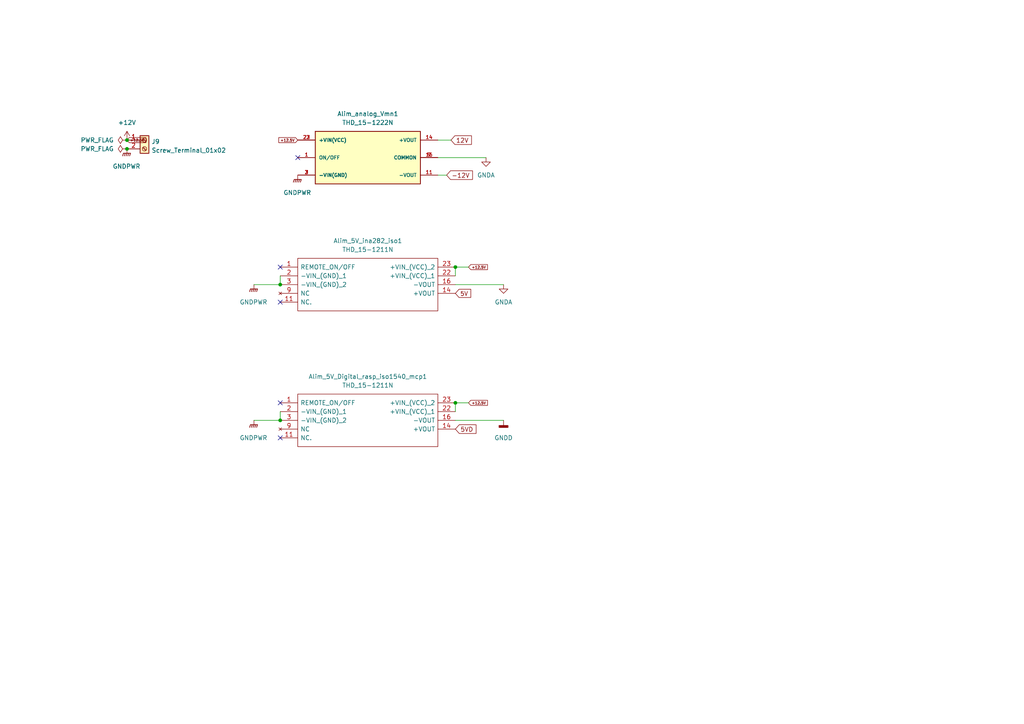
<source format=kicad_sch>
(kicad_sch (version 20211123) (generator eeschema)
  (paper "A4")
  (lib_symbols
    (symbol "Connector:Screw_Terminal_01x02" (pin_names (offset 1.016) hide)
      (property "Reference" "J" (at 0 2.54 0))
      (property "Value" "Screw_Terminal_01x02" (at 0 -5.08 0))
      (symbol "Screw_Terminal_01x02_1_1"
        (rectangle (start -1.27 1.27) (end 1.27 -3.81) (stroke (width 0.254)) (fill (type background)))
        (circle (center 0 -2.54) (radius 0.635) (stroke (width 0.1524)))
        (polyline (pts (xy -0.5334 -2.2098) (xy 0.3302 -3.048)) (stroke (width 0.1524)))
        (polyline (pts (xy -0.5334 0.3302) (xy 0.3302 -0.508)) (stroke (width 0.1524)))
        (polyline (pts (xy -0.3556 -2.032) (xy 0.508 -2.8702)) (stroke (width 0.1524)))
        (polyline (pts (xy -0.3556 0.508) (xy 0.508 -0.3302)) (stroke (width 0.1524)))
        (circle (center 0 0) (radius 0.635) (stroke (width 0.1524)))
        (pin passive line (at -5.08 0 0) (length 3.81) (name "Pin_1") (number "1"))
        (pin passive line (at -5.08 -2.54 0) (length 3.81) (name "Pin_2") (number "2"))
      )
    )
    (symbol "THD_15-1211N:THD_15-1211N" (pin_names (offset 0.762))
      (property "Reference" "Alim_5V_ina282_iso1" (at 25.4 7.62 0))
      (property "Value" "THD_15-1211N" (at 25.4 5.08 0))
      (symbol "THD_15-1211N_0_0"
        (pin passive line (at 0 0 0) (length 5.08) (name "REMOTE_ON/OFF") (number "1"))
        (pin passive line (at 0 -10.16 0) (length 5.08) (name "NC.") (number "11"))
        (pin power_out line (at 50.8 -7.62 180) (length 5.08) (name "+VOUT") (number "14"))
        (pin power_out line (at 50.8 -5.08 180) (length 5.08) (name "-VOUT") (number "16"))
        (pin power_in line (at 0 -2.54 0) (length 5.08) (name "-VIN_(GND)_1") (number "2"))
        (pin power_in line (at 50.8 -2.54 180) (length 5.08) (name "+VIN_(VCC)_1") (number "22"))
        (pin power_in line (at 50.8 0 180) (length 5.08) (name "+VIN_(VCC)_2") (number "23"))
        (pin power_in line (at 0 -5.08 0) (length 5.08) (name "-VIN_(GND)_2") (number "3"))
        (pin no_connect line (at 0 -7.62 0) (length 5.08) (name "NC") (number "9"))
      )
      (symbol "THD_15-1211N_0_1"
        (polyline (pts (xy 5.08 2.54) (xy 45.72 2.54) (xy 45.72 -12.7) (xy 5.08 -12.7) (xy 5.08 2.54)) (stroke (width 0.1524)))
      )
    )
    (symbol "THD_15-1211N_1" (pin_names (offset 0.762))
      (property "Reference" "Alim_5V_Digital_rasp_iso1540_mcp1" (at 25.4 7.62 0))
      (property "Value" "THD_15-1211N" (at 25.4 5.08 0))
      (symbol "THD_15-1211N_1_0_0"
        (pin passive line (at 0 0 0) (length 5.08) (name "REMOTE_ON/OFF") (number "1"))
        (pin passive line (at 0 -10.16 0) (length 5.08) (name "NC.") (number "11"))
        (pin power_out line (at 50.8 -7.62 180) (length 5.08) (name "+VOUT") (number "14"))
        (pin power_out line (at 50.8 -5.08 180) (length 5.08) (name "-VOUT") (number "16"))
        (pin power_in line (at 0 -2.54 0) (length 5.08) (name "-VIN_(GND)_1") (number "2"))
        (pin power_in line (at 50.8 -2.54 180) (length 5.08) (name "+VIN_(VCC)_1") (number "22"))
        (pin power_in line (at 50.8 0 180) (length 5.08) (name "+VIN_(VCC)_2") (number "23"))
        (pin power_in line (at 0 -5.08 0) (length 5.08) (name "-VIN_(GND)_2") (number "3"))
        (pin no_connect line (at 0 -7.62 0) (length 5.08) (name "NC") (number "9"))
      )
      (symbol "THD_15-1211N_1_0_1"
        (polyline (pts (xy 5.08 2.54) (xy 45.72 2.54) (xy 45.72 -12.7) (xy 5.08 -12.7) (xy 5.08 2.54)) (stroke (width 0.1524)))
      )
    )
    (symbol "THD_15-1222N:THD_15-1222N" (pin_names (offset 1.016))
      (property "Reference" "Alim_analog_Vmn1" (at 0 12.7 0))
      (property "Value" "THD_15-1222N" (at 0 10.16 0))
      (symbol "THD_15-1222N_0_0"
        (rectangle (start -15.24 -7.62) (end 15.24 7.62) (stroke (width 0.254)) (fill (type background)))
        (pin input line (at -20.32 0 0) (length 5.08) (name "ON/OFF") (number "1"))
        (pin power_out line (at 20.32 -5.08 180) (length 5.08) (name "-VOUT") (number "11"))
        (pin power_out line (at 20.32 5.08 180) (length 5.08) (name "+VOUT") (number "14"))
        (pin passive line (at 20.32 0 180) (length 5.08) (name "COMMON") (number "16"))
        (pin input line (at -20.32 -5.08 0) (length 5.08) (name "-VIN(GND)") (number "2"))
        (pin input line (at -20.32 5.08 0) (length 5.08) (name "+VIN(VCC)") (number "22"))
        (pin input line (at -20.32 5.08 0) (length 5.08) (name "+VIN(VCC)") (number "23"))
        (pin input line (at -20.32 -5.08 0) (length 5.08) (name "-VIN(GND)") (number "3"))
        (pin passive line (at 20.32 0 180) (length 5.08) (name "COMMON") (number "9"))
      )
    )
    (symbol "power:+12V" (power) (pin_names (offset 0))
      (property "Value" "+12V" (at 0 3.556 0))
      (symbol "+12V_0_1"
        (polyline (pts (xy -0.762 1.27) (xy 0 2.54)))
        (polyline (pts (xy 0 0) (xy 0 2.54)))
        (polyline (pts (xy 0 2.54) (xy 0.762 1.27)))
      )
      (symbol "+12V_1_1"
        (pin power_in line (at 0 0 90) (length 0) hide (name "+12V") (number "1"))
      )
    )
    (symbol "power:GNDA" (power) (pin_names (offset 0))
      (property "Value" "GNDA" (at 0 -3.81 0))
      (symbol "GNDA_0_1"
        (polyline (pts (xy 0 0) (xy 0 -1.27) (xy 1.27 -1.27) (xy 0 -2.54) (xy -1.27 -1.27) (xy 0 -1.27)))
      )
      (symbol "GNDA_1_1"
        (pin power_in line (at 0 0 270) (length 0) hide (name "GNDA") (number "1"))
      )
    )
    (symbol "power:GNDD" (power) (pin_names (offset 0))
      (property "Value" "GNDD" (at 0 -3.175 0))
      (symbol "GNDD_0_1"
        (rectangle (start -1.27 -1.524) (end 1.27 -2.032) (stroke (width 0.254)) (fill (type outline)))
        (polyline (pts (xy 0 0) (xy 0 -1.524)))
      )
      (symbol "GNDD_1_1"
        (pin power_in line (at 0 0 270) (length 0) hide (name "GNDD") (number "1"))
      )
    )
    (symbol "power:GNDPWR" (power) (pin_names (offset 0))
      (property "Value" "GNDPWR" (at 0 -3.302 0))
      (symbol "GNDPWR_0_1"
        (polyline (pts (xy 0 -1.27) (xy 0 0)))
        (polyline (pts (xy -1.016 -1.27) (xy -1.27 -2.032) (xy -1.27 -2.032)) (stroke (width 0.2032)))
        (polyline (pts (xy -0.508 -1.27) (xy -0.762 -2.032) (xy -0.762 -2.032)) (stroke (width 0.2032)))
        (polyline (pts (xy 0 -1.27) (xy -0.254 -2.032) (xy -0.254 -2.032)) (stroke (width 0.2032)))
        (polyline (pts (xy 0.508 -1.27) (xy 0.254 -2.032) (xy 0.254 -2.032)) (stroke (width 0.2032)))
        (polyline (pts (xy 1.016 -1.27) (xy -1.016 -1.27) (xy -1.016 -1.27)) (stroke (width 0.2032)))
        (polyline (pts (xy 1.016 -1.27) (xy 0.762 -2.032) (xy 0.762 -2.032) (xy 0.762 -2.032)) (stroke (width 0.2032)))
      )
      (symbol "GNDPWR_1_1"
        (pin power_in line (at 0 0 270) (length 0) hide (name "GNDPWR") (number "1"))
      )
    )
    (symbol "power:PWR_FLAG" (power) (pin_numbers hide) (pin_names (offset 0) hide)
      (property "Value" "PWR_FLAG" (at 0 3.81 0))
      (symbol "PWR_FLAG_0_0"
        (pin power_out line (at 0 0 90) (length 0) (name "pwr") (number "1"))
      )
      (symbol "PWR_FLAG_0_1"
        (polyline (pts (xy 0 0) (xy 0 1.27) (xy -1.016 1.905) (xy 0 2.54) (xy 1.016 1.905) (xy 0 1.27)))
      )
    )
  )
  (junction (at 81.28 121.92))
  (junction (at 132.08 116.84))
  (junction (at 36.83 43.18))
  (junction (at 36.83 40.64))
  (junction (at 81.28 82.55))
  (junction (at 132.08 77.47))
  (no_connect (at 81.28 87.63))
  (no_connect (at 81.28 77.47))
  (no_connect (at 81.28 116.84))
  (no_connect (at 86.36 45.72))
  (no_connect (at 81.28 127))
  (wire (pts (xy 132.08 121.92) (xy 146.05 121.92)))
  (wire (pts (xy 81.28 80.01) (xy 81.28 82.55)))
  (wire (pts (xy 132.08 116.84) (xy 135.89 116.84)))
  (wire (pts (xy 81.28 119.38) (xy 81.28 121.92)))
  (wire (pts (xy 73.66 121.92) (xy 81.28 121.92)))
  (wire (pts (xy 73.66 82.55) (xy 81.28 82.55)))
  (wire (pts (xy 132.08 116.84) (xy 132.08 119.38)))
  (wire (pts (xy 132.08 82.55) (xy 146.05 82.55)))
  (wire (pts (xy 132.08 77.47) (xy 132.08 80.01)))
  (wire (pts (xy 130.81 40.64) (xy 127 40.64)))
  (wire (pts (xy 127 45.72) (xy 140.97 45.72)))
  (wire (pts (xy 129.54 50.8) (xy 127 50.8)))
  (wire (pts (xy 132.08 77.47) (xy 135.89 77.47)))
  (global_label "+12.5V" (shape input) (at 135.89 116.84 0) (effects (font (size 0.75 0.75))) (property "Intersheet References" "${INTERSHEET_REFS}" (effects hide)))
  (global_label "5VD" (shape input) (at 132.08 124.46 0) (property "Intersheet References" "${INTERSHEET_REFS}" (effects hide)))
  (global_label "+12.5V" (shape input) (at 86.36 40.64 180) (effects (font (size 0.75 0.75))) (property "Intersheet References" "${INTERSHEET_REFS}" (effects hide)))
  (global_label "5V" (shape input) (at 132.08 85.09 0) (effects (font (size 1.2 1.2))) (property "Intersheet References" "${INTERSHEET_REFS}" (effects hide)))
  (global_label "12V" (shape input) (at 130.81 40.64 0) (property "Intersheet References" "${INTERSHEET_REFS}" (effects hide)))
  (global_label "-12V" (shape input) (at 129.54 50.8 0) (property "Intersheet References" "${INTERSHEET_REFS}" (effects hide)))
  (global_label "+12.5V" (shape input) (at 135.89 77.47 0) (effects (font (size 0.75 0.75))) (property "Intersheet References" "${INTERSHEET_REFS}" (effects hide)))
  (global_label "+12.5V" (shape input) (at 36.83 40.64 0) (effects (font (size 0.75 0.75))) (property "Intersheet References" "${INTERSHEET_REFS}" (effects hide)))
  (symbol (lib_id "power:GNDA") (at 140.97 45.72 0) (unit 1)
    (property "Reference" "#PWR037" (effects hide))
    (property "Value" "GNDA" (at 140.97 50.8 0))
  )
  (symbol (lib_id "power:GNDA") (at 146.05 82.55 0) (unit 1)
    (property "Reference" "#PWR038" (effects hide))
    (property "Value" "GNDA" (at 146.05 87.63 0))
  )
  (symbol (lib_id "Connector:Screw_Terminal_01x02") (at 41.91 40.64 0) (unit 1)
    (property "Reference" "J9" (at 43.942 41.0753 0) (effects (justify left)))
    (property "Value" "Screw_Terminal_01x02" (at 43.942 43.6122 0) (effects (justify left)))
    (property "Footprint" "TerminalBlock_Phoenix:TerminalBlock_Phoenix_MKDS-1,5-2-5.08_1x02_P5.08mm_Horizontal" (effects hide))
  )
  (symbol (lib_id "THD_15-1222N:THD_15-1222N") (at 106.68 45.72 0) (unit 1)
    (property "Reference" "Alim_analog_Vmn1" (at 106.68 33.02 0))
    (property "Value" "THD_15-1222N" (at 106.68 35.56 0))
    (property "Footprint" "THD_15-1222N:CONV_THD_15-1222N" (effects hide))
    (property "MANUFACTURER" "Traco Power" (effects hide))
    (property "MAXIMUM_PACKAGE_HEIGHT" "10.7mm" (effects hide))
    (property "PARTREV" "July 27, 2020" (effects hide))
    (property "STANDARD" "IPC 7351B" (effects hide))
  )
  (symbol (lib_id "power:GNDPWR") (at 73.66 121.92 0) (unit 1)
    (property "Reference" "#PWR035" (effects hide))
    (property "Value" "GNDPWR" (at 73.533 127 0))
  )
  (symbol (lib_id "power:GNDPWR") (at 73.66 82.55 0) (unit 1)
    (property "Reference" "#PWR034" (effects hide))
    (property "Value" "GNDPWR" (at 73.533 87.63 0))
  )
  (symbol (lib_id "power:GNDPWR") (at 36.83 43.18 0) (unit 1)
    (property "Reference" "#PWR033" (effects hide))
    (property "Value" "GNDPWR" (at 36.703 48.26 0))
  )
  (symbol (lib_id "power:+12V") (at 36.83 40.64 0) (unit 1)
    (property "Reference" "#PWR032" (effects hide))
    (property "Value" "+12V" (at 36.83 35.56 0))
  )
  (symbol (lib_id "power:PWR_FLAG") (at 36.83 43.18 90) (unit 1)
    (property "Reference" "#FLG02" (effects hide))
    (property "Value" "PWR_FLAG" (at 33.02 43.1799 90) (effects (justify left)))
  )
  (symbol (lib_name "THD_15-1211N_1") (lib_id "THD_15-1211N:THD_15-1211N") (at 81.28 116.84 0) (unit 1)
    (property "Reference" "Alim_5V_Digital_rasp_iso1540_mcp1" (at 106.68 109.22 0))
    (property "Value" "THD_15-1211N" (at 106.68 111.76 0))
    (property "Footprint" "THD_15-1211N:THD151211N" (effects hide))
    (property "Datasheet" "https://tracopower.com/thd15n-datasheet/" (effects hide))
    (property "Description" "15 Watt DC/DC converter, industrial, 2:1 input, encapsulated, DIP-24" (effects hide))
    (property "Height" "10.7" (effects hide))
    (property "Manufacturer_Name" "Traco Power" (effects hide))
    (property "Manufacturer_Part_Number" "THD 15-1211N" (effects hide))
    (property "Mouser Part Number" "495-THD15-1211N" (effects hide))
    (property "Mouser Price/Stock" "https://www.mouser.co.uk/ProductDetail/TRACO-Power/THD-15-1211N?qs=ckJk83FOD0X2IyoEoPcnmg%3D%3D" (effects hide))
  )
  (symbol (lib_id "power:GNDD") (at 146.05 121.92 0) (unit 1)
    (property "Reference" "#PWR039" (effects hide))
    (property "Value" "GNDD" (at 146.05 127 0))
  )
  (symbol (lib_id "power:PWR_FLAG") (at 36.83 40.64 90) (unit 1)
    (property "Reference" "#FLG01" (effects hide))
    (property "Value" "PWR_FLAG" (at 33.02 40.6399 90) (effects (justify left)))
  )
  (symbol (lib_id "THD_15-1211N:THD_15-1211N") (at 81.28 77.47 0) (unit 1)
    (property "Reference" "Alim_5V_ina282_iso1" (at 106.68 69.85 0))
    (property "Value" "THD_15-1211N" (at 106.68 72.39 0))
    (property "Footprint" "THD_15-1211N:THD151211N" (effects hide))
    (property "Datasheet" "https://tracopower.com/thd15n-datasheet/" (effects hide))
    (property "Description" "15 Watt DC/DC converter, industrial, 2:1 input, encapsulated, DIP-24" (effects hide))
    (property "Height" "10.7" (effects hide))
    (property "Manufacturer_Name" "Traco Power" (effects hide))
    (property "Manufacturer_Part_Number" "THD 15-1211N" (effects hide))
    (property "Mouser Part Number" "495-THD15-1211N" (effects hide))
    (property "Mouser Price/Stock" "https://www.mouser.co.uk/ProductDetail/TRACO-Power/THD-15-1211N?qs=ckJk83FOD0X2IyoEoPcnmg%3D%3D" (effects hide))
  )
  (symbol (lib_id "power:GNDPWR") (at 86.36 50.8 0) (unit 1)
    (property "Reference" "#PWR036" (effects hide))
    (property "Value" "GNDPWR" (at 86.233 55.88 0))
  )
)
</source>
